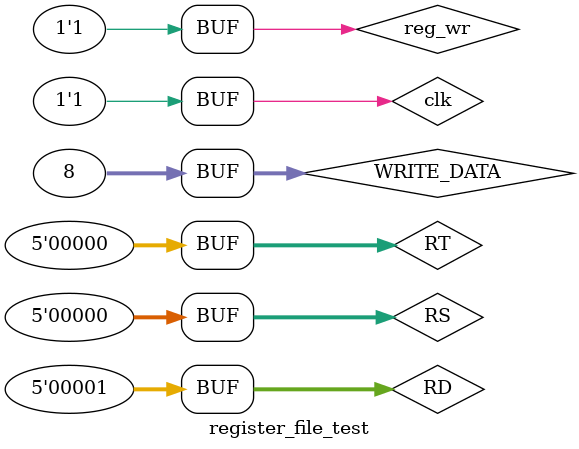
<source format=v>
`timescale 1ns / 1ps


module register_file_test;

	// Inputs
	reg [4:0] RS;
	reg [4:0] RT;
	reg [4:0] RD;
	reg clk;
	reg reg_wr;
	reg [31:0] WRITE_DATA;

	// Outputs
	wire [31:0] REGISTER_1;
	wire [31:0] REGISTER_2;

	// Instantiate the Unit Under Test (UUT)
	Register_File uut (
		.RS(RS), 
		.RT(RT), 
		.RD(RD), 
		.clk(clk), 
		.reg_wr(reg_wr), 
		.REGISTER_1(REGISTER_1), 
		.REGISTER_2(REGISTER_2), 
		.WRITE_DATA(WRITE_DATA)
	);

	initial begin
		// Initialize Inputs
		RS = 0;
		RT = 0;
		RD = 0;
		clk = 0;
		reg_wr = 0;
		WRITE_DATA = 0;

		// Wait 100 ns for global reset to finish
		#100;
		RS = 0;
		RT = 0;
		RD = 0;
		clk = 1;
		reg_wr = 0;
		WRITE_DATA = 0;

		// Wait 100 ns for global reset to finish
		#100;
		RS = 5;
		RT = 6;
		RD = 0;
		clk = 0;
		reg_wr = 0;
		WRITE_DATA = 0;

		// Wait 100 ns for global reset to finish
		#100;
		RS = 0;
		RT = 0;
		RD = 0;
		clk = 1;
		reg_wr = 0;
		WRITE_DATA = 0;

		// Wait 100 ns for global reset to finish
		#100;
		RS = 0;
		RT = 0;
		RD = 0;
		clk = 0;
		reg_wr = 0;
		WRITE_DATA = 0;

		// Wait 100 ns for global reset to finish
		#100;
		RS = 0;
		RT = 0;
		RD = 1;
		clk = 1;
		reg_wr = 1;
		WRITE_DATA = 8;

		// Wait 100 ns for global reset to finish
		#100;
		
        
		// Add stimulus here

	end
      
endmodule


</source>
